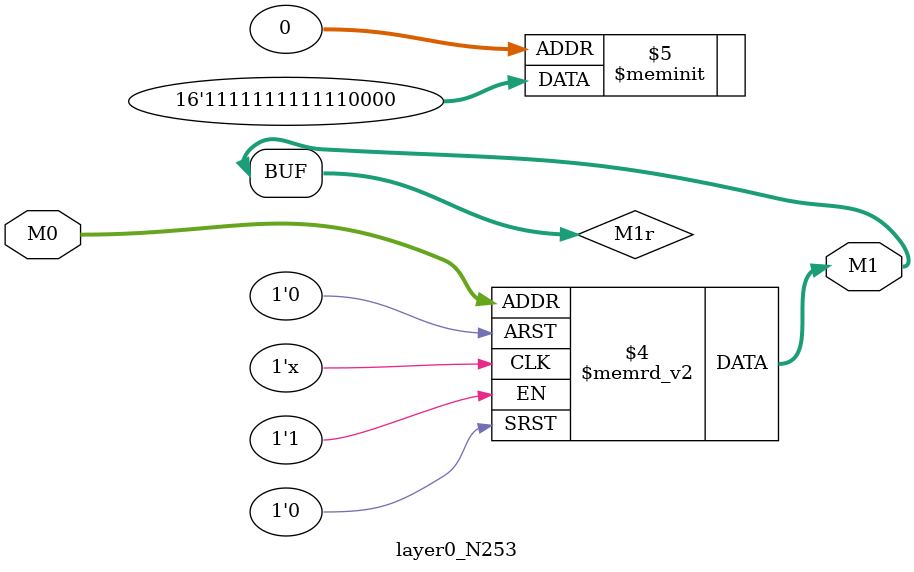
<source format=v>
module layer0_N253 ( input [2:0] M0, output [1:0] M1 );

	(*rom_style = "distributed" *) reg [1:0] M1r;
	assign M1 = M1r;
	always @ (M0) begin
		case (M0)
			3'b000: M1r = 2'b00;
			3'b100: M1r = 2'b11;
			3'b010: M1r = 2'b11;
			3'b110: M1r = 2'b11;
			3'b001: M1r = 2'b00;
			3'b101: M1r = 2'b11;
			3'b011: M1r = 2'b11;
			3'b111: M1r = 2'b11;

		endcase
	end
endmodule

</source>
